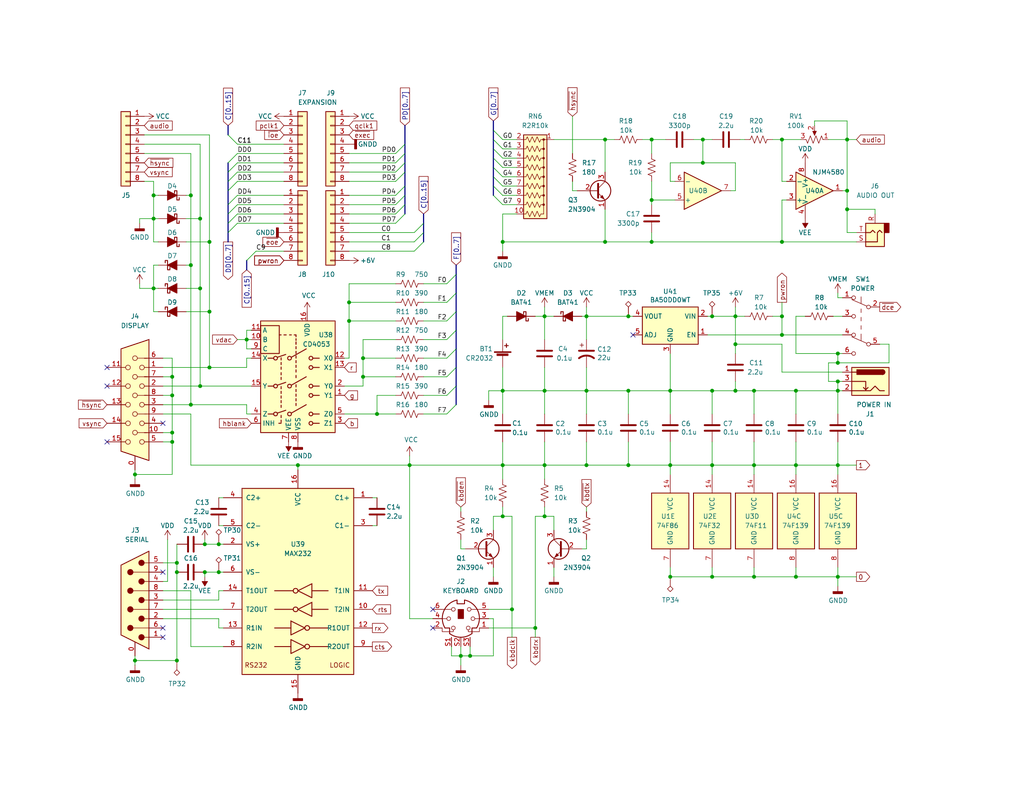
<source format=kicad_sch>
(kicad_sch (version 20211123) (generator eeschema)
  (paper "USLetter")
  (title_block (title "Input/Output") (date "2022-08-07") (rev "1.10") (comment 1 "(c) Solid State Machines 2022"))
  (junction (at 194.31 157.48))
  (junction (at 191.77 38.1))
  (junction (at 148.59 106.68))
  (junction (at 46.99 118.11))
  (junction (at 148.59 86.36))
  (junction (at 231.14 57.15))
  (junction (at 99.06 102.87))
  (junction (at 54.61 59.69))
  (junction (at 57.15 100.33))
  (junction (at 228.6 106.68))
  (junction (at 217.17 106.68))
  (junction (at 160.02 127))
  (junction (at 125.73 179.07))
  (junction (at 146.05 171.45))
  (junction (at 228.6 104.14))
  (junction (at 205.74 157.48))
  (junction (at 54.61 78.74))
  (junction (at 160.02 106.68))
  (junction (at 111.76 127))
  (junction (at 182.88 127))
  (junction (at 231.14 38.1))
  (junction (at 228.6 96.52))
  (junction (at 67.31 92.71))
  (junction (at 137.16 106.68))
  (junction (at 48.26 180.34))
  (junction (at 59.69 148.59))
  (junction (at 36.83 129.54))
  (junction (at 205.74 127))
  (junction (at 171.45 106.68))
  (junction (at 48.26 156.21))
  (junction (at 228.6 99.06))
  (junction (at 55.88 148.59))
  (junction (at 46.99 120.65))
  (junction (at 194.31 106.68))
  (junction (at 231.14 52.07))
  (junction (at 54.61 105.41))
  (junction (at 59.69 156.21))
  (junction (at 137.16 127))
  (junction (at 55.88 156.21))
  (junction (at 139.7 166.37))
  (junction (at 102.87 113.03))
  (junction (at 36.83 180.34))
  (junction (at 41.91 59.69))
  (junction (at 41.91 78.74))
  (junction (at 213.36 86.36))
  (junction (at 213.36 91.44))
  (junction (at 165.1 66.04))
  (junction (at 194.31 127))
  (junction (at 52.07 110.49))
  (junction (at 182.88 157.48))
  (junction (at 182.88 106.68))
  (junction (at 46.99 102.87))
  (junction (at 57.15 85.09))
  (junction (at 148.59 140.97))
  (junction (at 48.26 153.67))
  (junction (at 171.45 86.36))
  (junction (at 52.07 53.34))
  (junction (at 177.8 54.61))
  (junction (at 228.6 157.48))
  (junction (at 200.66 86.36))
  (junction (at 171.45 127))
  (junction (at 205.74 106.68))
  (junction (at 137.16 140.97))
  (junction (at 228.6 127))
  (junction (at 194.31 86.36))
  (junction (at 41.91 53.34))
  (junction (at 95.25 87.63))
  (junction (at 160.02 86.36))
  (junction (at 191.77 44.45))
  (junction (at 165.1 38.1))
  (junction (at 128.27 179.07))
  (junction (at 200.66 93.98))
  (junction (at 213.36 66.04))
  (junction (at 213.36 38.1))
  (junction (at 217.17 127))
  (junction (at 137.16 66.04))
  (junction (at 52.07 72.39))
  (junction (at 46.99 107.95))
  (junction (at 95.25 82.55))
  (junction (at 99.06 97.79))
  (junction (at 177.8 38.1))
  (junction (at 57.15 66.04))
  (junction (at 200.66 106.68))
  (junction (at 217.17 157.48))
  (junction (at 177.8 66.04))
  (junction (at 81.28 127))
  (junction (at 148.59 127))
  (no_connect (at 29.21 105.41))
  (no_connect (at 118.11 171.45))
  (no_connect (at 44.45 156.21))
  (no_connect (at 44.45 115.57))
  (no_connect (at 44.45 171.45))
  (no_connect (at 172.72 91.44))
  (no_connect (at 29.21 120.65))
  (no_connect (at 29.21 100.33))
  (no_connect (at 118.11 166.37))
  (no_connect (at 44.45 173.99))
  (bus_entry (at 121.92 87.63) (size 2.54 -2.54))
  (bus_entry (at 121.92 102.87) (size 2.54 -2.54))
  (bus_entry (at 137.16 53.34) (size -2.54 -2.54))
  (bus_entry (at 110.49 41.91) (size -2.54 2.54))
  (bus_entry (at 113.03 68.58) (size 2.54 -2.54))
  (bus_entry (at 110.49 53.34) (size -2.54 2.54))
  (bus_entry (at 62.23 52.07) (size 2.54 -2.54))
  (bus_entry (at 137.16 45.72) (size -2.54 -2.54))
  (bus_entry (at 137.16 38.1) (size -2.54 -2.54))
  (bus_entry (at 137.16 48.26) (size -2.54 -2.54))
  (bus_entry (at 62.23 49.53) (size 2.54 -2.54))
  (bus_entry (at 113.03 63.5) (size 2.54 -2.54))
  (bus_entry (at 137.16 40.64) (size -2.54 -2.54))
  (bus_entry (at 62.23 36.83) (size 2.54 2.54))
  (bus_entry (at 62.23 63.5) (size 2.54 -2.54))
  (bus_entry (at 110.49 44.45) (size -2.54 2.54))
  (bus_entry (at 124.46 110.49) (size -2.54 2.54))
  (bus_entry (at 62.23 55.88) (size 2.54 -2.54))
  (bus_entry (at 62.23 44.45) (size 2.54 -2.54))
  (bus_entry (at 110.49 50.8) (size -2.54 2.54))
  (bus_entry (at 124.46 80.01) (size -2.54 2.54))
  (bus_entry (at 124.46 90.17) (size -2.54 2.54))
  (bus_entry (at 110.49 55.88) (size -2.54 2.54))
  (bus_entry (at 110.49 58.42) (size -2.54 2.54))
  (bus_entry (at 110.49 46.99) (size -2.54 2.54))
  (bus_entry (at 124.46 74.93) (size -2.54 2.54))
  (bus_entry (at 137.16 55.88) (size -2.54 -2.54))
  (bus_entry (at 124.46 95.25) (size -2.54 2.54))
  (bus_entry (at 62.23 60.96) (size 2.54 -2.54))
  (bus_entry (at 62.23 46.99) (size 2.54 -2.54))
  (bus_entry (at 137.16 50.8) (size -2.54 -2.54))
  (bus_entry (at 110.49 39.37) (size -2.54 2.54))
  (bus_entry (at 113.03 66.04) (size 2.54 -2.54))
  (bus_entry (at 69.85 68.58) (size -2.54 2.54))
  (bus_entry (at 121.92 107.95) (size 2.54 -2.54))
  (bus_entry (at 137.16 43.18) (size -2.54 -2.54))
  (bus_entry (at 62.23 58.42) (size 2.54 -2.54))
  (wire (pts (xy 54.61 59.69) (xy 54.61 78.74)))
  (wire (pts (xy 184.15 49.53) (xy 182.88 49.53)))
  (wire (pts (xy 160.02 106.68) (xy 160.02 113.03)))
  (wire (pts (xy 39.37 49.53) (xy 41.91 49.53)))
  (wire (pts (xy 228.6 99.06) (xy 228.6 96.52)))
  (wire (pts (xy 38.1 78.74) (xy 38.1 77.47)))
  (wire (pts (xy 64.77 39.37) (xy 77.47 39.37)))
  (wire (pts (xy 45.72 147.32) (xy 45.72 158.75)))
  (bus (pts (xy 110.49 53.34) (xy 110.49 55.88)))
  (wire (pts (xy 201.93 38.1) (xy 203.2 38.1)))
  (wire (pts (xy 148.59 83.82) (xy 148.59 86.36)))
  (wire (pts (xy 137.16 127) (xy 137.16 130.81)))
  (wire (pts (xy 148.59 106.68) (xy 148.59 113.03)))
  (wire (pts (xy 44.45 166.37) (xy 60.96 166.37)))
  (wire (pts (xy 228.6 81.28) (xy 229.87 81.28)))
  (wire (pts (xy 69.85 68.58) (xy 77.47 68.58)))
  (bus (pts (xy 134.62 43.18) (xy 134.62 45.72)))
  (wire (pts (xy 213.36 66.04) (xy 233.68 66.04)))
  (wire (pts (xy 231.14 57.15) (xy 231.14 63.5)))
  (wire (pts (xy 64.77 60.96) (xy 77.47 60.96)))
  (wire (pts (xy 43.18 53.34) (xy 41.91 53.34)))
  (wire (pts (xy 95.25 60.96) (xy 107.95 60.96)))
  (wire (pts (xy 39.37 36.83) (xy 57.15 36.83)))
  (wire (pts (xy 64.77 58.42) (xy 77.47 58.42)))
  (wire (pts (xy 177.8 66.04) (xy 213.36 66.04)))
  (wire (pts (xy 36.83 128.27) (xy 36.83 129.54)))
  (wire (pts (xy 50.8 85.09) (xy 57.15 85.09)))
  (wire (pts (xy 55.88 156.21) (xy 59.69 156.21)))
  (wire (pts (xy 200.66 86.36) (xy 203.2 86.36)))
  (wire (pts (xy 125.73 147.32) (xy 125.73 149.86)))
  (wire (pts (xy 182.88 157.48) (xy 194.31 157.48)))
  (bus (pts (xy 115.57 60.96) (xy 115.57 63.5)))
  (wire (pts (xy 46.99 129.54) (xy 36.83 129.54)))
  (wire (pts (xy 101.6 135.89) (xy 102.87 135.89)))
  (wire (pts (xy 213.36 91.44) (xy 229.87 91.44)))
  (wire (pts (xy 81.28 127) (xy 81.28 128.27)))
  (wire (pts (xy 44.45 97.79) (xy 46.99 97.79)))
  (wire (pts (xy 217.17 157.48) (xy 228.6 157.48)))
  (wire (pts (xy 156.21 49.53) (xy 156.21 52.07)))
  (wire (pts (xy 44.45 107.95) (xy 46.99 107.95)))
  (wire (pts (xy 228.6 154.94) (xy 228.6 157.48)))
  (wire (pts (xy 148.59 120.65) (xy 148.59 127)))
  (wire (pts (xy 228.6 157.48) (xy 233.68 157.48)))
  (wire (pts (xy 111.76 124.46) (xy 111.76 127)))
  (wire (pts (xy 137.16 92.71) (xy 137.16 86.36)))
  (bus (pts (xy 62.23 63.5) (xy 62.23 66.04)))
  (wire (pts (xy 231.14 33.02) (xy 222.25 33.02)))
  (wire (pts (xy 107.95 92.71) (xy 99.06 92.71)))
  (wire (pts (xy 95.25 97.79) (xy 95.25 87.63)))
  (wire (pts (xy 137.16 127) (xy 137.16 120.65)))
  (wire (pts (xy 160.02 149.86) (xy 160.02 147.32)))
  (wire (pts (xy 125.73 139.7) (xy 125.73 138.43)))
  (wire (pts (xy 64.77 44.45) (xy 77.47 44.45)))
  (wire (pts (xy 67.31 92.71) (xy 67.31 90.17)))
  (wire (pts (xy 182.88 120.65) (xy 182.88 127)))
  (wire (pts (xy 111.76 127) (xy 137.16 127)))
  (wire (pts (xy 48.26 153.67) (xy 48.26 148.59)))
  (wire (pts (xy 191.77 38.1) (xy 191.77 44.45)))
  (wire (pts (xy 55.88 148.59) (xy 55.88 147.32)))
  (wire (pts (xy 228.6 96.52) (xy 229.87 96.52)))
  (wire (pts (xy 60.96 135.89) (xy 59.69 135.89)))
  (wire (pts (xy 115.57 113.03) (xy 121.92 113.03)))
  (wire (pts (xy 55.88 157.48) (xy 55.88 156.21)))
  (wire (pts (xy 158.75 86.36) (xy 160.02 86.36)))
  (wire (pts (xy 205.74 113.03) (xy 205.74 106.68)))
  (bus (pts (xy 67.31 73.66) (xy 67.31 71.12)))
  (wire (pts (xy 102.87 113.03) (xy 107.95 113.03)))
  (wire (pts (xy 160.02 86.36) (xy 171.45 86.36)))
  (wire (pts (xy 43.18 85.09) (xy 41.91 85.09)))
  (wire (pts (xy 194.31 157.48) (xy 205.74 157.48)))
  (wire (pts (xy 165.1 38.1) (xy 167.64 38.1)))
  (wire (pts (xy 228.6 104.14) (xy 229.87 104.14)))
  (wire (pts (xy 156.21 52.07) (xy 157.48 52.07)))
  (wire (pts (xy 134.62 140.97) (xy 134.62 144.78)))
  (bus (pts (xy 134.62 40.64) (xy 134.62 43.18)))
  (wire (pts (xy 137.16 140.97) (xy 139.7 140.97)))
  (wire (pts (xy 39.37 39.37) (xy 54.61 39.37)))
  (wire (pts (xy 148.59 127) (xy 148.59 130.81)))
  (wire (pts (xy 64.77 49.53) (xy 77.47 49.53)))
  (wire (pts (xy 217.17 154.94) (xy 217.17 157.48)))
  (wire (pts (xy 137.16 58.42) (xy 137.16 66.04)))
  (wire (pts (xy 205.74 129.54) (xy 205.74 127)))
  (bus (pts (xy 110.49 46.99) (xy 110.49 50.8)))
  (wire (pts (xy 128.27 176.53) (xy 128.27 179.07)))
  (wire (pts (xy 140.97 40.64) (xy 137.16 40.64)))
  (wire (pts (xy 64.77 46.99) (xy 77.47 46.99)))
  (wire (pts (xy 160.02 86.36) (xy 160.02 92.71)))
  (wire (pts (xy 95.25 53.34) (xy 107.95 53.34)))
  (bus (pts (xy 124.46 85.09) (xy 124.46 90.17)))
  (wire (pts (xy 44.45 118.11) (xy 46.99 118.11)))
  (wire (pts (xy 160.02 106.68) (xy 171.45 106.68)))
  (wire (pts (xy 205.74 120.65) (xy 205.74 127)))
  (wire (pts (xy 44.45 105.41) (xy 54.61 105.41)))
  (wire (pts (xy 46.99 120.65) (xy 46.99 129.54)))
  (wire (pts (xy 171.45 127) (xy 171.45 120.65)))
  (wire (pts (xy 67.31 95.25) (xy 68.58 95.25)))
  (wire (pts (xy 95.25 58.42) (xy 107.95 58.42)))
  (bus (pts (xy 134.62 35.56) (xy 134.62 38.1)))
  (wire (pts (xy 67.31 113.03) (xy 68.58 113.03)))
  (bus (pts (xy 62.23 55.88) (xy 62.23 58.42)))
  (bus (pts (xy 124.46 95.25) (xy 124.46 100.33)))
  (wire (pts (xy 107.95 82.55) (xy 95.25 82.55)))
  (wire (pts (xy 107.95 87.63) (xy 95.25 87.63)))
  (wire (pts (xy 67.31 110.49) (xy 67.31 113.03)))
  (wire (pts (xy 99.06 102.87) (xy 99.06 97.79)))
  (wire (pts (xy 226.06 104.14) (xy 228.6 104.14)))
  (wire (pts (xy 210.82 86.36) (xy 213.36 86.36)))
  (wire (pts (xy 52.07 41.91) (xy 52.07 53.34)))
  (wire (pts (xy 95.25 41.91) (xy 107.95 41.91)))
  (wire (pts (xy 213.36 93.98) (xy 213.36 101.6)))
  (wire (pts (xy 200.66 44.45) (xy 200.66 52.07)))
  (wire (pts (xy 226.06 99.06) (xy 226.06 104.14)))
  (wire (pts (xy 231.14 38.1) (xy 231.14 33.02)))
  (wire (pts (xy 137.16 66.04) (xy 137.16 68.58)))
  (wire (pts (xy 140.97 50.8) (xy 137.16 50.8)))
  (wire (pts (xy 133.35 171.45) (xy 146.05 171.45)))
  (wire (pts (xy 213.36 38.1) (xy 213.36 49.53)))
  (wire (pts (xy 148.59 106.68) (xy 160.02 106.68)))
  (wire (pts (xy 140.97 43.18) (xy 137.16 43.18)))
  (wire (pts (xy 229.87 86.36) (xy 227.33 86.36)))
  (wire (pts (xy 140.97 38.1) (xy 137.16 38.1)))
  (wire (pts (xy 205.74 157.48) (xy 217.17 157.48)))
  (wire (pts (xy 93.98 113.03) (xy 102.87 113.03)))
  (wire (pts (xy 228.6 129.54) (xy 228.6 127)))
  (wire (pts (xy 140.97 55.88) (xy 137.16 55.88)))
  (wire (pts (xy 148.59 106.68) (xy 148.59 100.33)))
  (wire (pts (xy 81.28 127) (xy 52.07 127)))
  (wire (pts (xy 228.6 127) (xy 233.68 127)))
  (bus (pts (xy 62.23 44.45) (xy 62.23 46.99)))
  (wire (pts (xy 95.25 66.04) (xy 113.03 66.04)))
  (wire (pts (xy 228.6 80.01) (xy 228.6 81.28)))
  (wire (pts (xy 41.91 78.74) (xy 38.1 78.74)))
  (wire (pts (xy 165.1 66.04) (xy 177.8 66.04)))
  (wire (pts (xy 95.25 44.45) (xy 107.95 44.45)))
  (wire (pts (xy 182.88 106.68) (xy 182.88 113.03)))
  (wire (pts (xy 64.77 53.34) (xy 77.47 53.34)))
  (wire (pts (xy 182.88 129.54) (xy 182.88 127)))
  (wire (pts (xy 107.95 107.95) (xy 102.87 107.95)))
  (wire (pts (xy 134.62 157.48) (xy 134.62 154.94)))
  (bus (pts (xy 110.49 39.37) (xy 110.49 41.91)))
  (wire (pts (xy 99.06 105.41) (xy 99.06 102.87)))
  (wire (pts (xy 137.16 113.03) (xy 137.16 106.68)))
  (wire (pts (xy 200.66 106.68) (xy 205.74 106.68)))
  (wire (pts (xy 44.45 153.67) (xy 48.26 153.67)))
  (wire (pts (xy 171.45 106.68) (xy 171.45 113.03)))
  (wire (pts (xy 123.19 176.53) (xy 123.19 179.07)))
  (wire (pts (xy 238.76 58.42) (xy 238.76 57.15)))
  (wire (pts (xy 194.31 86.36) (xy 200.66 86.36)))
  (wire (pts (xy 146.05 86.36) (xy 148.59 86.36)))
  (wire (pts (xy 151.13 157.48) (xy 151.13 154.94)))
  (wire (pts (xy 95.25 55.88) (xy 107.95 55.88)))
  (wire (pts (xy 43.18 59.69) (xy 41.91 59.69)))
  (wire (pts (xy 54.61 78.74) (xy 54.61 105.41)))
  (wire (pts (xy 41.91 78.74) (xy 43.18 78.74)))
  (wire (pts (xy 146.05 171.45) (xy 146.05 173.99)))
  (wire (pts (xy 228.6 160.02) (xy 228.6 157.48)))
  (wire (pts (xy 137.16 127) (xy 148.59 127)))
  (wire (pts (xy 200.66 86.36) (xy 200.66 83.82)))
  (wire (pts (xy 194.31 106.68) (xy 200.66 106.68)))
  (wire (pts (xy 43.18 66.04) (xy 41.91 66.04)))
  (wire (pts (xy 228.6 96.52) (xy 217.17 96.52)))
  (wire (pts (xy 115.57 77.47) (xy 121.92 77.47)))
  (wire (pts (xy 52.07 176.53) (xy 60.96 176.53)))
  (wire (pts (xy 171.45 106.68) (xy 182.88 106.68)))
  (wire (pts (xy 41.91 72.39) (xy 43.18 72.39)))
  (wire (pts (xy 123.19 179.07) (xy 125.73 179.07)))
  (wire (pts (xy 128.27 179.07) (xy 134.62 179.07)))
  (bus (pts (xy 134.62 45.72) (xy 134.62 48.26)))
  (wire (pts (xy 50.8 66.04) (xy 57.15 66.04)))
  (wire (pts (xy 139.7 140.97) (xy 139.7 166.37)))
  (wire (pts (xy 67.31 92.71) (xy 68.58 92.71)))
  (wire (pts (xy 133.35 106.68) (xy 133.35 109.22)))
  (wire (pts (xy 99.06 105.41) (xy 93.98 105.41)))
  (wire (pts (xy 44.45 113.03) (xy 52.07 113.03)))
  (wire (pts (xy 200.66 93.98) (xy 200.66 96.52)))
  (wire (pts (xy 194.31 127) (xy 205.74 127)))
  (wire (pts (xy 48.26 180.34) (xy 48.26 156.21)))
  (wire (pts (xy 52.07 161.29) (xy 52.07 176.53)))
  (wire (pts (xy 52.07 53.34) (xy 52.07 72.39)))
  (wire (pts (xy 171.45 86.36) (xy 172.72 86.36)))
  (wire (pts (xy 95.25 49.53) (xy 107.95 49.53)))
  (wire (pts (xy 226.06 99.06) (xy 228.6 99.06)))
  (wire (pts (xy 41.91 59.69) (xy 41.91 66.04)))
  (wire (pts (xy 101.6 143.51) (xy 102.87 143.51)))
  (wire (pts (xy 156.21 31.75) (xy 156.21 41.91)))
  (wire (pts (xy 219.71 86.36) (xy 217.17 86.36)))
  (wire (pts (xy 95.25 46.99) (xy 107.95 46.99)))
  (wire (pts (xy 177.8 38.1) (xy 177.8 41.91)))
  (wire (pts (xy 189.23 38.1) (xy 191.77 38.1)))
  (bus (pts (xy 62.23 58.42) (xy 62.23 60.96)))
  (wire (pts (xy 194.31 106.68) (xy 194.31 113.03)))
  (wire (pts (xy 228.6 106.68) (xy 228.6 104.14)))
  (wire (pts (xy 193.04 86.36) (xy 194.31 86.36)))
  (wire (pts (xy 200.66 104.14) (xy 200.66 106.68)))
  (wire (pts (xy 95.25 63.5) (xy 113.03 63.5)))
  (wire (pts (xy 177.8 49.53) (xy 177.8 54.61)))
  (wire (pts (xy 38.1 59.69) (xy 41.91 59.69)))
  (wire (pts (xy 36.83 180.34) (xy 48.26 180.34)))
  (wire (pts (xy 137.16 86.36) (xy 138.43 86.36)))
  (wire (pts (xy 222.25 34.29) (xy 222.25 33.02)))
  (wire (pts (xy 217.17 106.68) (xy 228.6 106.68)))
  (wire (pts (xy 59.69 163.83) (xy 59.69 161.29)))
  (wire (pts (xy 140.97 53.34) (xy 137.16 53.34)))
  (wire (pts (xy 148.59 127) (xy 160.02 127)))
  (bus (pts (xy 124.46 100.33) (xy 124.46 105.41)))
  (bus (pts (xy 124.46 90.17) (xy 124.46 95.25)))
  (wire (pts (xy 81.28 127) (xy 111.76 127)))
  (bus (pts (xy 62.23 49.53) (xy 62.23 52.07)))
  (wire (pts (xy 67.31 95.25) (xy 67.31 92.71)))
  (bus (pts (xy 134.62 38.1) (xy 134.62 40.64)))
  (bus (pts (xy 110.49 44.45) (xy 110.49 46.99)))
  (wire (pts (xy 46.99 102.87) (xy 46.99 107.95)))
  (wire (pts (xy 44.45 168.91) (xy 59.69 168.91)))
  (wire (pts (xy 148.59 86.36) (xy 148.59 92.71)))
  (wire (pts (xy 184.15 54.61) (xy 177.8 54.61)))
  (wire (pts (xy 41.91 53.34) (xy 41.91 59.69)))
  (wire (pts (xy 44.45 163.83) (xy 59.69 163.83)))
  (wire (pts (xy 231.14 52.07) (xy 231.14 57.15)))
  (wire (pts (xy 160.02 120.65) (xy 160.02 127)))
  (wire (pts (xy 44.45 100.33) (xy 57.15 100.33)))
  (wire (pts (xy 95.25 68.58) (xy 113.03 68.58)))
  (wire (pts (xy 60.96 143.51) (xy 59.69 143.51)))
  (wire (pts (xy 213.36 86.36) (xy 213.36 82.55)))
  (wire (pts (xy 238.76 57.15) (xy 231.14 57.15)))
  (wire (pts (xy 160.02 86.36) (xy 160.02 83.82)))
  (wire (pts (xy 139.7 166.37) (xy 139.7 173.99)))
  (wire (pts (xy 228.6 99.06) (xy 242.57 99.06)))
  (wire (pts (xy 64.77 92.71) (xy 67.31 92.71)))
  (wire (pts (xy 160.02 127) (xy 171.45 127)))
  (wire (pts (xy 67.31 100.33) (xy 67.31 97.79)))
  (wire (pts (xy 115.57 107.95) (xy 121.92 107.95)))
  (wire (pts (xy 205.74 154.94) (xy 205.74 157.48)))
  (wire (pts (xy 133.35 166.37) (xy 139.7 166.37)))
  (wire (pts (xy 115.57 97.79) (xy 121.92 97.79)))
  (wire (pts (xy 182.88 157.48) (xy 182.88 154.94)))
  (wire (pts (xy 146.05 140.97) (xy 148.59 140.97)))
  (bus (pts (xy 134.62 50.8) (xy 134.62 53.34)))
  (wire (pts (xy 151.13 140.97) (xy 151.13 144.78)))
  (wire (pts (xy 102.87 107.95) (xy 102.87 113.03)))
  (wire (pts (xy 41.91 78.74) (xy 41.91 85.09)))
  (wire (pts (xy 193.04 91.44) (xy 213.36 91.44)))
  (wire (pts (xy 140.97 45.72) (xy 137.16 45.72)))
  (wire (pts (xy 59.69 168.91) (xy 59.69 171.45)))
  (wire (pts (xy 115.57 92.71) (xy 121.92 92.71)))
  (bus (pts (xy 110.49 34.29) (xy 110.49 39.37)))
  (wire (pts (xy 111.76 127) (xy 111.76 168.91)))
  (wire (pts (xy 231.14 63.5) (xy 233.68 63.5)))
  (wire (pts (xy 134.62 140.97) (xy 137.16 140.97)))
  (wire (pts (xy 52.07 110.49) (xy 67.31 110.49)))
  (wire (pts (xy 125.73 149.86) (xy 127 149.86)))
  (bus (pts (xy 124.46 74.93) (xy 124.46 80.01)))
  (wire (pts (xy 46.99 107.95) (xy 46.99 118.11)))
  (bus (pts (xy 124.46 105.41) (xy 124.46 110.49)))
  (wire (pts (xy 134.62 168.91) (xy 134.62 179.07)))
  (wire (pts (xy 199.39 52.07) (xy 200.66 52.07)))
  (wire (pts (xy 107.95 102.87) (xy 99.06 102.87)))
  (bus (pts (xy 124.46 80.01) (xy 124.46 85.09)))
  (bus (pts (xy 115.57 58.42) (xy 115.57 60.96)))
  (wire (pts (xy 228.6 106.68) (xy 229.87 106.68)))
  (wire (pts (xy 68.58 105.41) (xy 54.61 105.41)))
  (wire (pts (xy 60.96 148.59) (xy 59.69 148.59)))
  (wire (pts (xy 57.15 66.04) (xy 57.15 85.09)))
  (wire (pts (xy 242.57 99.06) (xy 242.57 93.98)))
  (wire (pts (xy 67.31 97.79) (xy 68.58 97.79)))
  (bus (pts (xy 110.49 41.91) (xy 110.49 44.45)))
  (wire (pts (xy 107.95 97.79) (xy 99.06 97.79)))
  (wire (pts (xy 205.74 127) (xy 217.17 127)))
  (wire (pts (xy 44.45 102.87) (xy 46.99 102.87)))
  (wire (pts (xy 48.26 156.21) (xy 48.26 153.67)))
  (wire (pts (xy 137.16 100.33) (xy 137.16 106.68)))
  (wire (pts (xy 214.63 54.61) (xy 213.36 54.61)))
  (bus (pts (xy 110.49 55.88) (xy 110.49 58.42)))
  (wire (pts (xy 205.74 106.68) (xy 217.17 106.68)))
  (wire (pts (xy 44.45 161.29) (xy 52.07 161.29)))
  (wire (pts (xy 177.8 38.1) (xy 175.26 38.1)))
  (wire (pts (xy 59.69 156.21) (xy 60.96 156.21)))
  (wire (pts (xy 158.75 149.86) (xy 160.02 149.86)))
  (wire (pts (xy 217.17 96.52) (xy 217.17 86.36)))
  (wire (pts (xy 107.95 77.47) (xy 95.25 77.47)))
  (wire (pts (xy 64.77 55.88) (xy 77.47 55.88)))
  (wire (pts (xy 228.6 113.03) (xy 228.6 106.68)))
  (wire (pts (xy 213.36 54.61) (xy 213.36 66.04)))
  (wire (pts (xy 50.8 59.69) (xy 54.61 59.69)))
  (wire (pts (xy 115.57 87.63) (xy 121.92 87.63)))
  (wire (pts (xy 217.17 127) (xy 228.6 127)))
  (wire (pts (xy 50.8 72.39) (xy 52.07 72.39)))
  (wire (pts (xy 148.59 138.43) (xy 148.59 140.97)))
  (wire (pts (xy 182.88 44.45) (xy 191.77 44.45)))
  (wire (pts (xy 137.16 66.04) (xy 165.1 66.04)))
  (wire (pts (xy 39.37 41.91) (xy 52.07 41.91)))
  (wire (pts (xy 242.57 93.98) (xy 240.03 93.98)))
  (wire (pts (xy 210.82 38.1) (xy 213.36 38.1)))
  (wire (pts (xy 177.8 63.5) (xy 177.8 66.04)))
  (wire (pts (xy 46.99 97.79) (xy 46.99 102.87)))
  (wire (pts (xy 171.45 127) (xy 182.88 127)))
  (wire (pts (xy 125.73 176.53) (xy 125.73 179.07)))
  (wire (pts (xy 137.16 106.68) (xy 133.35 106.68)))
  (wire (pts (xy 140.97 48.26) (xy 137.16 48.26)))
  (wire (pts (xy 38.1 60.96) (xy 38.1 59.69)))
  (wire (pts (xy 41.91 72.39) (xy 41.91 78.74)))
  (wire (pts (xy 182.88 127) (xy 194.31 127)))
  (wire (pts (xy 125.73 181.61) (xy 125.73 179.07)))
  (wire (pts (xy 165.1 57.15) (xy 165.1 66.04)))
  (wire (pts (xy 95.25 87.63) (xy 95.25 82.55)))
  (wire (pts (xy 137.16 106.68) (xy 148.59 106.68)))
  (wire (pts (xy 148.59 86.36) (xy 151.13 86.36)))
  (wire (pts (xy 57.15 100.33) (xy 67.31 100.33)))
  (wire (pts (xy 146.05 140.97) (xy 146.05 171.45)))
  (wire (pts (xy 231.14 38.1) (xy 233.68 38.1)))
  (bus (pts (xy 62.23 46.99) (xy 62.23 49.53)))
  (wire (pts (xy 133.35 168.91) (xy 134.62 168.91)))
  (wire (pts (xy 231.14 38.1) (xy 226.06 38.1)))
  (bus (pts (xy 62.23 60.96) (xy 62.23 63.5)))
  (wire (pts (xy 182.88 106.68) (xy 194.31 106.68)))
  (wire (pts (xy 45.72 158.75) (xy 44.45 158.75)))
  (wire (pts (xy 50.8 53.34) (xy 52.07 53.34)))
  (wire (pts (xy 213.36 101.6) (xy 229.87 101.6)))
  (wire (pts (xy 59.69 161.29) (xy 60.96 161.29)))
  (wire (pts (xy 44.45 120.65) (xy 46.99 120.65)))
  (wire (pts (xy 50.8 78.74) (xy 54.61 78.74)))
  (wire (pts (xy 200.66 86.36) (xy 200.66 93.98)))
  (wire (pts (xy 59.69 148.59) (xy 55.88 148.59)))
  (wire (pts (xy 217.17 113.03) (xy 217.17 106.68)))
  (wire (pts (xy 137.16 58.42) (xy 140.97 58.42)))
  (bus (pts (xy 62.23 52.07) (xy 62.23 55.88)))
  (wire (pts (xy 200.66 93.98) (xy 213.36 93.98)))
  (bus (pts (xy 62.23 36.83) (xy 62.23 34.29)))
  (wire (pts (xy 217.17 129.54) (xy 217.17 127)))
  (wire (pts (xy 46.99 118.11) (xy 46.99 120.65)))
  (wire (pts (xy 191.77 38.1) (xy 194.31 38.1)))
  (wire (pts (xy 44.45 110.49) (xy 52.07 110.49)))
  (wire (pts (xy 213.36 38.1) (xy 218.44 38.1)))
  (wire (pts (xy 95.25 97.79) (xy 93.98 97.79)))
  (wire (pts (xy 57.15 36.83) (xy 57.15 66.04)))
  (wire (pts (xy 148.59 140.97) (xy 151.13 140.97)))
  (bus (pts (xy 134.62 33.02) (xy 134.62 35.56)))
  (wire (pts (xy 52.07 127) (xy 52.07 113.03)))
  (wire (pts (xy 36.83 181.61) (xy 36.83 180.34)))
  (wire (pts (xy 115.57 82.55) (xy 121.92 82.55)))
  (wire (pts (xy 191.77 44.45) (xy 200.66 44.45)))
  (bus (pts (xy 115.57 63.5) (xy 115.57 66.04)))
  (wire (pts (xy 36.83 129.54) (xy 36.83 130.81)))
  (wire (pts (xy 194.31 120.65) (xy 194.31 127)))
  (wire (pts (xy 213.36 86.36) (xy 213.36 91.44)))
  (wire (pts (xy 118.11 168.91) (xy 111.76 168.91)))
  (wire (pts (xy 231.14 38.1) (xy 231.14 52.07)))
  (wire (pts (xy 57.15 85.09) (xy 57.15 100.33)))
  (wire (pts (xy 177.8 54.61) (xy 177.8 55.88)))
  (bus (pts (xy 110.49 50.8) (xy 110.49 53.34)))
  (wire (pts (xy 115.57 102.87) (xy 121.92 102.87)))
  (wire (pts (xy 67.31 90.17) (xy 68.58 90.17)))
  (wire (pts (xy 151.13 38.1) (xy 165.1 38.1)))
  (wire (pts (xy 229.87 52.07) (xy 231.14 52.07)))
  (wire (pts (xy 194.31 154.94) (xy 194.31 157.48)))
  (bus (pts (xy 124.46 72.39) (xy 124.46 74.93)))
  (wire (pts (xy 165.1 46.99) (xy 165.1 38.1)))
  (wire (pts (xy 99.06 97.79) (xy 99.06 92.71)))
  (bus (pts (xy 134.62 48.26) (xy 134.62 50.8)))
  (wire (pts (xy 54.61 39.37) (xy 54.61 59.69)))
  (wire (pts (xy 217.17 120.65) (xy 217.17 127)))
  (wire (pts (xy 41.91 49.53) (xy 41.91 53.34)))
  (wire (pts (xy 160.02 139.7) (xy 160.02 138.43)))
  (wire (pts (xy 213.36 49.53) (xy 214.63 49.53)))
  (wire (pts (xy 125.73 179.07) (xy 128.27 179.07)))
  (wire (pts (xy 64.77 41.91) (xy 77.47 41.91)))
  (wire (pts (xy 177.8 38.1) (xy 181.61 38.1)))
  (wire (pts (xy 160.02 100.33) (xy 160.02 106.68)))
  (wire (pts (xy 137.16 138.43) (xy 137.16 140.97)))
  (wire (pts (xy 95.25 82.55) (xy 95.25 77.47)))
  (wire (pts (xy 194.31 129.54) (xy 194.31 127)))
  (wire (pts (xy 36.83 179.07) (xy 36.83 180.34)))
  (wire (pts (xy 182.88 96.52) (xy 182.88 106.68)))
  (wire (pts (xy 52.07 72.39) (xy 52.07 110.49)))
  (wire (pts (xy 59.69 171.45) (xy 60.96 171.45)))
  (wire (pts (xy 182.88 49.53) (xy 182.88 44.45)))
  (wire (pts (xy 228.6 127) (xy 228.6 120.65)))
  (label "DD0" (at 64.77 41.91 0))
  (label "G2" (at 137.16 43.18 0))
  (label "PD1" (at 104.14 44.45 0))
  (label "F3" (at 119.38 92.71 0))
  (label "F1" (at 119.38 82.55 0))
  (label "G6" (at 137.16 53.34 0))
  (label "G5" (at 137.16 50.8 0))
  (label "PD5" (at 104.14 55.88 0))
  (label "C11" (at 64.77 39.37 0))
  (label "DD1" (at 64.77 44.45 0))
  (label "DD2" (at 64.77 46.99 0))
  (label "G3" (at 137.16 45.72 0))
  (label "PD7" (at 104.14 60.96 0))
  (label "C0" (at 106.68 63.5 180))
  (label "PD6" (at 104.14 58.42 0))
  (label "PD2" (at 104.14 46.99 0))
  (label "G7" (at 137.16 55.88 0))
  (label "F5" (at 119.38 102.87 0))
  (label "F7" (at 119.38 113.03 0))
  (label "F4" (at 119.38 97.79 0))
  (label "DD5" (at 64.77 55.88 0))
  (label "PD3" (at 104.14 49.53 0))
  (label "C11" (at 64.77 39.37 0))
  (label "DD7" (at 64.77 60.96 0))
  (label "C8" (at 106.68 68.58 180))
  (label "G0" (at 137.16 38.1 0))
  (label "G1" (at 137.16 40.64 0))
  (label "DD4" (at 64.77 53.34 0))
  (label "C1" (at 106.68 66.04 180))
  (label "DD3" (at 64.77 49.53 0))
  (label "G4" (at 137.16 48.26 0))
  (label "DD6" (at 64.77 58.42 0))
  (label "C9" (at 69.85 68.58 0))
  (label "F2" (at 119.38 87.63 0))
  (label "PD4" (at 104.14 53.34 0))
  (label "F6" (at 119.38 107.95 0))
  (label "F0" (at 119.38 77.47 0))
  (label "PD0" (at 104.14 41.91 0))
  (global_label "vsync" (shape input) (at 39.37 46.99 0) (property "Intersheet References" "${INTERSHEET_REFS}" (effects hide)))
  (global_label "~{hsync}" (shape input) (at 39.37 44.45 0) (property "Intersheet References" "${INTERSHEET_REFS}" (effects hide)))
  (global_label "hblank" (shape input) (at 68.58 115.57 180) (property "Intersheet References" "${INTERSHEET_REFS}" (effects hide)))
  (global_label "~{eoe}" (shape input) (at 77.47 66.04 180) (property "Intersheet References" "${INTERSHEET_REFS}" (effects hide)))
  (global_label "~{ioe}" (shape input) (at 77.47 36.83 180) (property "Intersheet References" "${INTERSHEET_REFS}" (effects hide)))
  (global_label "b" (shape input) (at 93.98 115.57 0) (property "Intersheet References" "${INTERSHEET_REFS}" (effects hide)))
  (global_label "PD[0..7]" (shape input) (at 110.49 34.29 90) (property "Intersheet References" "${INTERSHEET_REFS}" (effects hide)))
  (global_label "pclk1" (shape input) (at 77.47 34.29 180) (property "Intersheet References" "${INTERSHEET_REFS}" (effects hide)))
  (global_label "qclk1" (shape input) (at 95.25 34.29 0) (property "Intersheet References" "${INTERSHEET_REFS}" (effects hide)))
  (global_label "F[0..7]" (shape input) (at 124.46 72.39 90) (property "Intersheet References" "${INTERSHEET_REFS}" (effects hide)))
  (global_label "cts" (shape output) (at 101.6 176.53 0) (property "Intersheet References" "${INTERSHEET_REFS}" (effects hide)))
  (global_label "rts" (shape input) (at 101.6 166.37 0) (property "Intersheet References" "${INTERSHEET_REFS}" (effects hide)))
  (global_label "kbdclk" (shape output) (at 139.7 173.99 270) (property "Intersheet References" "${INTERSHEET_REFS}" (effects hide)))
  (global_label "pwron" (shape output) (at 213.36 82.55 90) (property "Intersheet References" "${INTERSHEET_REFS}" (effects hide)))
  (global_label "audio" (shape input) (at 233.68 38.1 0) (property "Intersheet References" "${INTERSHEET_REFS}" (effects hide)))
  (global_label "rx" (shape output) (at 101.6 171.45 0) (property "Intersheet References" "${INTERSHEET_REFS}" (effects hide)))
  (global_label "vdac" (shape input) (at 64.77 92.71 180) (property "Intersheet References" "${INTERSHEET_REFS}" (effects hide)))
  (global_label "~{hsync}" (shape input) (at 156.21 31.75 90) (property "Intersheet References" "${INTERSHEET_REFS}" (effects hide)))
  (global_label "vsync" (shape input) (at 29.21 115.57 180) (property "Intersheet References" "${INTERSHEET_REFS}" (effects hide)))
  (global_label "tx" (shape input) (at 101.6 161.29 0) (property "Intersheet References" "${INTERSHEET_REFS}" (effects hide)))
  (global_label "r" (shape input) (at 93.98 100.33 0) (property "Intersheet References" "${INTERSHEET_REFS}" (effects hide)))
  (global_label "~{kbden}" (shape input) (at 125.73 138.43 90) (property "Intersheet References" "${INTERSHEET_REFS}" (effects hide)))
  (global_label "DD[0..7]" (shape output) (at 62.23 66.04 270) (property "Intersheet References" "${INTERSHEET_REFS}" (effects hide)))
  (global_label "~{dce}" (shape output) (at 240.03 83.82 0) (property "Intersheet References" "${INTERSHEET_REFS}" (effects hide)))
  (global_label "~{kbdtx}" (shape input) (at 160.02 138.43 90) (property "Intersheet References" "${INTERSHEET_REFS}" (effects hide)))
  (global_label "pwron" (shape input) (at 77.47 71.12 180) (property "Intersheet References" "${INTERSHEET_REFS}" (effects hide)))
  (global_label "G[0..7]" (shape input) (at 134.62 33.02 90) (property "Intersheet References" "${INTERSHEET_REFS}" (effects hide)))
  (global_label "pwron" (shape input) (at 77.47 71.12 180) (property "Intersheet References" "${INTERSHEET_REFS}" (effects hide)))
  (global_label "~{exec}" (shape input) (at 95.25 36.83 0) (property "Intersheet References" "${INTERSHEET_REFS}" (effects hide)))
  (global_label "C[0..15]" (shape input) (at 115.57 58.42 90) (property "Intersheet References" "${INTERSHEET_REFS}" (effects hide)))
  (global_label "~{hsync}" (shape input) (at 29.21 110.49 180) (property "Intersheet References" "${INTERSHEET_REFS}" (effects hide)))
  (global_label "0" (shape output) (at 233.68 157.48 0) (property "Intersheet References" "${INTERSHEET_REFS}" (effects hide)))
  (global_label "1" (shape output) (at 233.68 127 0) (property "Intersheet References" "${INTERSHEET_REFS}" (effects hide)))
  (global_label "g" (shape input) (at 93.98 107.95 0) (property "Intersheet References" "${INTERSHEET_REFS}" (effects hide)))
  (global_label "C[0..15]" (shape input) (at 62.23 34.29 90) (property "Intersheet References" "${INTERSHEET_REFS}" (effects hide)))
  (global_label "audio" (shape input) (at 39.37 34.29 0) (property "Intersheet References" "${INTERSHEET_REFS}" (effects hide)))
  (global_label "C[0..15]" (shape input) (at 67.31 73.66 270) (property "Intersheet References" "${INTERSHEET_REFS}" (effects hide)))
  (global_label "kbdrx" (shape output) (at 146.05 173.99 270) (property "Intersheet References" "${INTERSHEET_REFS}" (effects hide)))
  (symbol (lib_id "power:GNDD") (at 36.83 181.61 0) (unit 1)
    (property "Reference" "#PWR0159" (effects hide))
    (property "Value" "GNDD" (at 36.9316 185.547 0))
  )
  (symbol (lib_id "Connector:Barrel_Jack_Switch") (at 237.49 104.14 0) (mirror y) (unit 1)
    (property "Reference" "J1" (at 236.22 113.03 0) (effects (justify right)))
    (property "Value" "POWER IN" (at 233.68 110.49 0) (effects (justify right)))
    (property "Footprint" "Connector_BarrelJack:BarrelJack_CUI_PJ-102AH_Horizontal" (effects hide))
  )
  (symbol (lib_id "74xx:74LS139") (at 228.6 142.24 0) (unit 3)
    (property "Reference" "U5" (at 226.06 140.97 0) (effects (justify left)))
    (property "Value" "74F139" (at 224.79 143.51 0) (effects (justify left)))
    (property "Footprint" "Package_DIP:DIP-16_W7.62mm_LongPads" (effects hide))
    (property "Datasheet" "http://www.ti.com/lit/gpn/sn74LS139" (effects hide))
  )
  (symbol (lib_id "74xx:74LS86") (at 182.88 142.24 0) (unit 5)
    (property "Reference" "U1" (at 180.34 140.97 0) (effects (justify left)))
    (property "Value" "74F86" (at 179.07 143.51 0) (effects (justify left)))
    (property "Footprint" "Package_DIP:DIP-14_W7.62mm_LongPads" (effects hide))
    (property "Datasheet" "74xx/74ls86.pdf" (effects hide))
  )
  (symbol (lib_id "novasaur-rescue:CD4053B-Analog_Switch") (at 81.28 102.87 0) (unit 1)
    (property "Reference" "U38" (at 88.9 91.44 0))
    (property "Value" "CD4053" (at 86.36 93.98 0))
    (property "Footprint" "Package_DIP:DIP-16_W7.62mm_LongPads" (effects hide))
    (property "Datasheet" "http://www.ti.com/lit/ds/symlink/cd4052b.pdf" (effects hide))
  )
  (symbol (lib_id "Connector:TestPoint_Alt") (at 171.45 86.36 0) (unit 1)
    (property "Reference" "TP33" (at 168.91 80.01 0) (effects (justify left)))
    (property "Value" "+5v" (effects hide))
    (property "Footprint" "TestPoint:TestPoint_THTPad_1.0x1.0mm_Drill0.5mm" (effects hide))
  )
  (symbol (lib_id "Connector:TestPoint_Alt") (at 182.88 157.48 180) (unit 1)
    (property "Reference" "TP34" (at 185.42 163.83 0) (effects (justify left)))
    (property "Value" "0v" (effects hide))
    (property "Footprint" "TestPoint:TestPoint_THTPad_1.0x1.0mm_Drill0.5mm" (effects hide))
  )
  (symbol (lib_id "Connector:TestPoint_Alt") (at 59.69 148.59 0) (unit 1)
    (property "Reference" "TP30" (at 60.96 144.78 0) (effects (justify left)))
    (property "Value" "+8v" (effects hide))
    (property "Footprint" "TestPoint:TestPoint_Pad_1.0x1.0mm" (effects hide))
  )
  (symbol (lib_id "Device:C") (at 137.16 116.84 0) (unit 1)
    (property "Reference" "C1" (at 139.7 115.57 0) (effects (justify left)))
    (property "Value" "0.1u" (at 139.7 118.11 0) (effects (justify left)))
    (property "Footprint" "Capacitor_THT:C_Disc_D5.0mm_W2.5mm_P5.00mm" (effects hide))
  )
  (symbol (lib_id "Connector:TestPoint_Alt") (at 59.69 156.21 0) (unit 1)
    (property "Reference" "TP31" (at 60.96 152.4 0) (effects (justify left)))
    (property "Value" "-8v" (effects hide))
    (property "Footprint" "TestPoint:TestPoint_Pad_1.0x1.0mm" (effects hide))
  )
  (symbol (lib_id "Connector:TestPoint_Alt") (at 48.26 180.34 180) (unit 1)
    (property "Reference" "TP32" (at 50.8 186.69 0) (effects (justify left)))
    (property "Value" "0v" (effects hide))
    (property "Footprint" "TestPoint:TestPoint_THTPad_1.0x1.0mm_Drill0.5mm" (effects hide))
  )
  (symbol (lib_id "power:VCC") (at 160.02 83.82 0) (unit 1)
    (property "Reference" "#PWR0182" (effects hide))
    (property "Value" "VCC" (at 160.02 80.01 0))
  )
  (symbol (lib_id "Device:C") (at 160.02 116.84 0) (unit 1)
    (property "Reference" "C3" (at 162.941 115.6716 0) (effects (justify left)))
    (property "Value" "0.1u" (at 162.941 117.983 0) (effects (justify left)))
    (property "Footprint" "Capacitor_THT:C_Disc_D5.0mm_W2.5mm_P5.00mm" (effects hide))
  )
  (symbol (lib_id "Device:C") (at 171.45 116.84 0) (unit 1)
    (property "Reference" "C5" (at 174.371 115.6716 0) (effects (justify left)))
    (property "Value" "0.1u" (at 174.371 117.983 0) (effects (justify left)))
    (property "Footprint" "Capacitor_THT:C_Disc_D5.0mm_W2.5mm_P5.00mm" (effects hide))
  )
  (symbol (lib_id "Device:C") (at 148.59 96.52 180) (unit 1)
    (property "Reference" "C4" (at 154.94 95.25 0) (effects (justify left)))
    (property "Value" "0.1u" (at 156.21 97.79 0) (effects (justify left)))
    (property "Footprint" "Capacitor_THT:C_Disc_D5.0mm_W2.5mm_P5.00mm" (effects hide))
  )
  (symbol (lib_id "power:VCC") (at 95.25 31.75 270) (unit 1)
    (property "Reference" "#PWR0195" (effects hide))
    (property "Value" "VCC" (at 100.33 31.75 90))
  )
  (symbol (lib_id "Device:C") (at 182.88 116.84 0) (unit 1)
    (property "Reference" "C6" (at 185.801 115.6716 0) (effects (justify left)))
    (property "Value" "0.1u" (at 185.801 117.983 0) (effects (justify left)))
    (property "Footprint" "Capacitor_THT:C_Disc_D5.0mm_W2.5mm_P5.00mm" (effects hide))
  )
  (symbol (lib_id "Device:C") (at 194.31 116.84 0) (unit 1)
    (property "Reference" "C7" (at 197.231 115.6716 0) (effects (justify left)))
    (property "Value" "0.1u" (at 197.231 117.983 0) (effects (justify left)))
    (property "Footprint" "Capacitor_THT:C_Disc_D5.0mm_W2.5mm_P5.00mm" (effects hide))
  )
  (symbol (lib_id "Device:C") (at 205.74 116.84 0) (unit 1)
    (property "Reference" "C8" (at 208.661 115.6716 0) (effects (justify left)))
    (property "Value" "0.1u" (at 208.661 117.983 0) (effects (justify left)))
    (property "Footprint" "Capacitor_THT:C_Disc_D5.0mm_W2.5mm_P5.00mm" (effects hide))
  )
  (symbol (lib_id "Device:C") (at 217.17 116.84 0) (unit 1)
    (property "Reference" "C9" (at 220.091 115.6716 0) (effects (justify left)))
    (property "Value" "0.1u" (at 220.091 117.983 0) (effects (justify left)))
    (property "Footprint" "Capacitor_THT:C_Disc_D5.0mm_W2.5mm_P5.00mm" (effects hide))
  )
  (symbol (lib_id "Connector_Generic:Conn_01x08") (at 34.29 39.37 0) (mirror y) (unit 1)
    (property "Reference" "J5" (at 35.56 53.34 0) (effects (justify left)))
    (property "Value" "GPU OUT" (effects hide))
    (property "Footprint" "Connector_PinSocket_2.54mm:PinSocket_1x08_P2.54mm_Vertical" (effects hide))
  )
  (symbol (lib_id "Switch:SW_Push_DPDT") (at 234.95 88.9 0) (mirror y) (unit 1)
    (property "Reference" "SW1" (at 237.49 76.2 0) (effects (justify left)))
    (property "Value" "POWER" (at 238.76 78.74 0) (effects (justify left)))
    (property "Footprint" "Button_Switch_THT:SW-PBH2U" (effects hide))
  )
  (symbol (lib_id "power:VMEM") (at 148.59 83.82 0) (unit 1)
    (property "Reference" "#PWR0196" (effects hide))
    (property "Value" "VMEM" (at 148.59 80.01 0))
  )
  (symbol (lib_id "power:VMEM") (at 228.6 80.01 0) (unit 1)
    (property "Reference" "#PWR0197" (effects hide))
    (property "Value" "VMEM" (at 228.6 76.2 0))
  )
  (symbol (lib_id "power:GNDD") (at 77.47 63.5 270) (unit 1)
    (property "Reference" "#PWR0181" (effects hide))
    (property "Value" "GNDD" (at 72.39 63.5 90))
  )
  (symbol (lib_id "power:VDD") (at 45.72 147.32 0) (unit 1)
    (property "Reference" "#PWR0177" (effects hide))
    (property "Value" "VDD" (at 45.72 143.51 0))
  )
  (symbol (lib_id "power:+6V") (at 200.66 83.82 0) (unit 1)
    (property "Reference" "#PWR0184" (effects hide))
    (property "Value" "+6V" (at 200.66 80.01 0))
  )
  (symbol (lib_id "power:VCC") (at 83.82 85.09 0) (unit 1)
    (property "Reference" "#PWR0201" (effects hide))
    (property "Value" "VCC" (at 84.2518 80.6958 0))
  )
  (symbol (lib_id "Device:R_US") (at 111.76 77.47 270) (unit 1)
    (property "Reference" "R9" (at 107.95 74.93 90) (effects (justify left)))
    (property "Value" "750" (at 113.03 74.93 90) (effects (justify left)))
    (property "Footprint" "Resistor_THT:R_Axial_DIN0204_L3.6mm_D1.6mm_P7.62mm_Horizontal" (effects hide))
  )
  (symbol (lib_id "Device:R_US") (at 111.76 92.71 270) (unit 1)
    (property "Reference" "R12" (at 107.95 90.17 90) (effects (justify left)))
    (property "Value" "750" (at 113.03 90.17 90) (effects (justify left)))
    (property "Footprint" "Resistor_THT:R_Axial_DIN0204_L3.6mm_D1.6mm_P7.62mm_Horizontal" (effects hide))
  )
  (symbol (lib_id "power:GNDD") (at 95.25 39.37 90) (unit 1)
    (property "Reference" "#PWR0187" (effects hide))
    (property "Value" "GNDD" (at 100.33 39.37 90))
  )
  (symbol (lib_id "Device:R_Network09_US") (at 146.05 48.26 270) (unit 1)
    (property "Reference" "RN6" (at 146.05 31.75 90))
    (property "Value" "R2R10k" (at 146.05 34.29 90))
    (property "Footprint" "Resistor_THT:R_Array_SIP10" (effects hide))
    (property "Datasheet" "http://www.vishay.com/docs/31509/csc.pdf" (effects hide))
  )
  (symbol (lib_id "Device:D_Schottky_ALT") (at 154.94 86.36 0) (unit 1)
    (property "Reference" "D3" (at 154.94 80.01 0))
    (property "Value" "BAT41" (at 154.94 82.55 0))
    (property "Footprint" "Diode_THT:D_DO-35_SOD27_P7.62mm_Horizontal" (effects hide))
  )
  (symbol (lib_id "Device:C") (at 185.42 38.1 90) (unit 1)
    (property "Reference" "C18" (at 185.42 31.75 90))
    (property "Value" "3300p" (at 185.42 34.29 90))
    (property "Footprint" "Capacitor_THT:C_Disc_D3.8mm_W2.6mm_P2.50mm" (effects hide))
  )
  (symbol (lib_id "power:GNDD") (at 38.1 60.96 0) (unit 1)
    (property "Reference" "#PWR0204" (effects hide))
    (property "Value" "GNDD" (at 38.1 64.77 0))
  )
  (symbol (lib_id "power:GNDD") (at 137.16 68.58 0) (unit 1)
    (property "Reference" "#PWR0206" (effects hide))
    (property "Value" "GNDD" (at 137.16 72.39 0))
  )
  (symbol (lib_id "Device:R_US") (at 137.16 134.62 0) (unit 1)
    (property "Reference" "R4" (at 132.08 133.35 0) (effects (justify left)))
    (property "Value" "10k" (at 132.08 135.89 0) (effects (justify left)))
    (property "Footprint" "Resistor_THT:R_Axial_DIN0204_L3.6mm_D1.6mm_P7.62mm_Horizontal" (effects hide))
  )
  (symbol (lib_id "Device:R_US") (at 125.73 143.51 0) (unit 1)
    (property "Reference" "R2" (at 128.27 142.24 0) (effects (justify left)))
    (property "Value" "10k" (at 128.27 144.78 0) (effects (justify left)))
    (property "Footprint" "Resistor_THT:R_Axial_DIN0204_L3.6mm_D1.6mm_P7.62mm_Horizontal" (effects hide))
  )
  (symbol (lib_id "Device:R_US") (at 160.02 143.51 0) (unit 1)
    (property "Reference" "R3" (at 154.94 142.24 0) (effects (justify left)))
    (property "Value" "10k" (at 154.94 144.78 0) (effects (justify left)))
    (property "Footprint" "Resistor_THT:R_Axial_DIN0204_L3.6mm_D1.6mm_P7.62mm_Horizontal" (effects hide))
  )
  (symbol (lib_id "Device:R_US") (at 148.59 134.62 0) (unit 1)
    (property "Reference" "R5" (at 151.13 133.35 0) (effects (justify left)))
    (property "Value" "10k" (at 151.13 135.89 0) (effects (justify left)))
    (property "Footprint" "Resistor_THT:R_Axial_DIN0204_L3.6mm_D1.6mm_P7.62mm_Horizontal" (effects hide))
  )
  (symbol (lib_id "74xx:74LS11") (at 205.74 142.24 0) (unit 4)
    (property "Reference" "U3" (at 203.2 140.97 0) (effects (justify left)))
    (property "Value" "74F11" (at 203.2 143.51 0) (effects (justify left)))
    (property "Footprint" "Package_DIP:DIP-14_W7.62mm_LongPads" (effects hide))
    (property "Datasheet" "http://www.ti.com/lit/gpn/sn74LS11" (effects hide))
  )
  (symbol (lib_id "Device:R_US") (at 156.21 45.72 0) (unit 1)
    (property "Reference" "R17" (at 158.75 44.45 0) (effects (justify left)))
    (property "Value" "180" (at 158.75 46.99 0) (effects (justify left)))
    (property "Footprint" "Resistor_THT:R_Axial_DIN0204_L3.6mm_D1.6mm_P7.62mm_Horizontal" (effects hide))
  )
  (symbol (lib_id "Transistor_BJT:2N3904") (at 162.56 52.07 0) (unit 1)
    (property "Reference" "Q3" (at 154.94 54.61 0) (effects (justify left)))
    (property "Value" "2N3904" (at 154.94 57.15 0) (effects (justify left)))
    (property "Footprint" "Package_TO_SOT_THT:TO-92_HandSolder" (effects hide))
    (property "Datasheet" "https://www.fairchildsemi.com/datasheets/2N/2N3904.pdf" (effects hide))
  )
  (symbol (lib_id "Connector_Generic:Conn_01x08") (at 82.55 39.37 0) (unit 1)
    (property "Reference" "J7" (at 81.28 25.4 0) (effects (justify left)))
    (property "Value" "EXPANSION" (at 81.28 27.94 0) (effects (justify left)))
    (property "Footprint" "Connector_PinSocket_2.54mm:PinSocket_1x08_P2.54mm_Vertical" (effects hide))
  )
  (symbol (lib_id "Connector_Generic:Conn_01x08") (at 90.17 60.96 0) (mirror y) (unit 1)
    (property "Reference" "J10" (at 91.44 74.93 0) (effects (justify left)))
    (property "Value" "EXPANSION" (effects hide))
    (property "Footprint" "Connector_PinSocket_2.54mm:PinSocket_1x08_P2.54mm_Vertical" (effects hide))
  )
  (symbol (lib_id "Connector_Generic:Conn_01x08") (at 90.17 39.37 0) (mirror y) (unit 1)
    (property "Reference" "J9" (at 91.44 25.4 0) (effects (justify left)))
    (property "Value" "EXPANSION" (effects hide))
    (property "Footprint" "Connector_PinSocket_2.54mm:PinSocket_1x08_P2.54mm_Vertical" (effects hide))
  )
  (symbol (lib_id "Connector:TestPoint_Alt") (at 194.31 86.36 0) (unit 1)
    (property "Reference" "TP35" (at 191.77 80.01 0) (effects (justify left)))
    (property "Value" "+6v" (effects hide))
    (property "Footprint" "TestPoint:TestPoint_Pad_1.0x1.0mm" (effects hide))
  )
  (symbol (lib_id "Device:D_Schottky_ALT") (at 142.24 86.36 180) (unit 1)
    (property "Reference" "D2" (at 142.24 80.01 0))
    (property "Value" "BAT41" (at 142.24 82.55 0))
    (property "Footprint" "Diode_THT:D_DO-35_SOD27_P7.62mm_Horizontal" (effects hide))
  )
  (symbol (lib_id "Transistor_BJT:2N3904") (at 132.08 149.86 0) (unit 1)
    (property "Reference" "Q1" (at 124.46 152.4 0) (effects (justify left)))
    (property "Value" "2N3904" (at 124.46 154.94 0) (effects (justify left)))
    (property "Footprint" "Package_TO_SOT_THT:TO-92_HandSolder" (effects hide))
    (property "Datasheet" "https://www.fairchildsemi.com/datasheets/2N/2N3904.pdf" (effects hide))
  )
  (symbol (lib_id "Transistor_BJT:2N3904") (at 153.67 149.86 0) (mirror y) (unit 1)
    (property "Reference" "Q2" (at 161.29 152.4 0) (effects (justify left)))
    (property "Value" "2N3904" (at 161.29 154.94 0) (effects (justify left)))
    (property "Footprint" "Package_TO_SOT_THT:TO-92_HandSolder" (effects hide))
    (property "Datasheet" "https://www.fairchildsemi.com/datasheets/2N/2N3904.pdf" (effects hide))
  )
  (symbol (lib_id "power:GNDD") (at 134.62 157.48 0) (unit 1)
    (property "Reference" "#PWR0194" (effects hide))
    (property "Value" "GNDD" (at 134.62 161.29 0))
  )
  (symbol (lib_id "power:GNDD") (at 151.13 157.48 0) (unit 1)
    (property "Reference" "#PWR0202" (effects hide))
    (property "Value" "GNDD" (at 151.13 161.29 0))
  )
  (symbol (lib_id "Device:C") (at 228.6 116.84 0) (unit 1)
    (property "Reference" "C10" (at 231.521 115.6716 0) (effects (justify left)))
    (property "Value" "0.1u" (at 231.521 117.983 0) (effects (justify left)))
    (property "Footprint" "Capacitor_THT:C_Disc_D5.0mm_W2.5mm_P5.00mm" (effects hide))
  )
  (symbol (lib_id "Device:Battery_Cell") (at 137.16 97.79 0) (unit 1)
    (property "Reference" "BT1" (at 130.81 95.25 0) (effects (justify left)))
    (property "Value" "CR2032" (at 127 97.79 0) (effects (justify left)))
    (property "Footprint" "Battery:Battery_Panasonic_CR2032-VS1N_Vertical_CircularHoles" (effects hide))
  )
  (symbol (lib_id "Device:C") (at 148.59 116.84 0) (unit 1)
    (property "Reference" "C2" (at 151.511 115.6716 0) (effects (justify left)))
    (property "Value" "0.1u" (at 151.511 117.983 0) (effects (justify left)))
    (property "Footprint" "Capacitor_THT:C_Disc_D5.0mm_W2.5mm_P5.00mm" (effects hide))
  )
  (symbol (lib_id "power:+6V") (at 95.25 71.12 270) (unit 1)
    (property "Reference" "#PWR0167" (effects hide))
    (property "Value" "+6V" (at 100.33 71.12 90))
  )
  (symbol (lib_id "Device:R_US") (at 171.45 38.1 90) (unit 1)
    (property "Reference" "R18" (at 172.72 33.02 90) (effects (justify left)))
    (property "Value" "10k" (at 172.72 35.56 90) (effects (justify left)))
    (property "Footprint" "Resistor_THT:R_Axial_DIN0204_L3.6mm_D1.6mm_P7.62mm_Horizontal" (effects hide))
  )
  (symbol (lib_id "power:GNDD") (at 81.28 120.65 0) (unit 1)
    (property "Reference" "#PWR0186" (effects hide))
    (property "Value" "GNDD" (at 82.55 124.46 0))
  )
  (symbol (lib_id "Connector_Generic:Conn_01x08") (at 82.55 60.96 0) (unit 1)
    (property "Reference" "J8" (at 81.28 74.93 0) (effects (justify left)))
    (property "Value" "EXPANSION" (effects hide))
    (property "Footprint" "Connector_PinSocket_2.54mm:PinSocket_1x08_P2.54mm_Vertical" (effects hide))
  )
  (symbol (lib_id "Device:C") (at 200.66 100.33 180) (unit 1)
    (property "Reference" "C11" (at 208.28 99.06 0) (effects (justify left)))
    (property "Value" "2.2u" (at 208.28 101.6 0) (effects (justify left)))
    (property "Footprint" "Capacitor_THT:C_Disc_D5.0mm_W2.5mm_P5.00mm" (effects hide))
  )
  (symbol (lib_id "Device:R_US") (at 111.76 113.03 270) (unit 1)
    (property "Reference" "R16" (at 107.95 110.49 90) (effects (justify left)))
    (property "Value" "180" (at 113.03 110.49 90) (effects (justify left)))
    (property "Footprint" "Resistor_THT:R_Axial_DIN0204_L3.6mm_D1.6mm_P7.62mm_Horizontal" (effects hide))
  )
  (symbol (lib_id "Device:R_US") (at 177.8 45.72 180) (unit 1)
    (property "Reference" "R19" (at 175.26 44.45 0) (effects (justify left)))
    (property "Value" "10k" (at 175.26 46.99 0) (effects (justify left)))
    (property "Footprint" "Resistor_THT:R_Axial_DIN0204_L3.6mm_D1.6mm_P7.62mm_Horizontal" (effects hide))
  )
  (symbol (lib_id "power:VCC") (at 39.37 31.75 270) (unit 1)
    (property "Reference" "#PWR0203" (effects hide))
    (property "Value" "VCC" (at 44.45 31.75 90))
  )
  (symbol (lib_id "Device:R_US") (at 111.76 102.87 270) (unit 1)
    (property "Reference" "R14" (at 107.95 100.33 90) (effects (justify left)))
    (property "Value" "180" (at 113.03 100.33 90) (effects (justify left)))
    (property "Footprint" "Resistor_THT:R_Axial_DIN0204_L3.6mm_D1.6mm_P7.62mm_Horizontal" (effects hide))
  )
  (symbol (lib_id "Device:R_US") (at 111.76 87.63 270) (unit 1)
    (property "Reference" "R11" (at 107.95 85.09 90) (effects (justify left)))
    (property "Value" "180" (at 113.03 85.09 90) (effects (justify left)))
    (property "Footprint" "Resistor_THT:R_Axial_DIN0204_L3.6mm_D1.6mm_P7.62mm_Horizontal" (effects hide))
  )
  (symbol (lib_id "Device:R_US") (at 111.76 107.95 270) (unit 1)
    (property "Reference" "R15" (at 107.95 105.41 90) (effects (justify left)))
    (property "Value" "390" (at 113.03 105.41 90) (effects (justify left)))
    (property "Footprint" "Resistor_THT:R_Axial_DIN0204_L3.6mm_D1.6mm_P7.62mm_Horizontal" (effects hide))
  )
  (symbol (lib_id "Device:R_US") (at 111.76 97.79 270) (unit 1)
    (property "Reference" "R13" (at 107.95 95.25 90) (effects (justify left)))
    (property "Value" "390" (at 113.03 95.25 90) (effects (justify left)))
    (property "Footprint" "Resistor_THT:R_Axial_DIN0204_L3.6mm_D1.6mm_P7.62mm_Horizontal" (effects hide))
  )
  (symbol (lib_id "Device:R_US") (at 111.76 82.55 270) (unit 1)
    (property "Reference" "R10" (at 107.95 80.01 90) (effects (justify left)))
    (property "Value" "390" (at 113.03 80.01 90) (effects (justify left)))
    (property "Footprint" "Resistor_THT:R_Axial_DIN0204_L3.6mm_D1.6mm_P7.62mm_Horizontal" (effects hide))
  )
  (symbol (lib_id "Device:R_US") (at 207.01 38.1 90) (unit 1)
    (property "Reference" "R20" (at 208.28 33.02 90) (effects (justify left)))
    (property "Value" "10k" (at 208.28 35.56 90) (effects (justify left)))
    (property "Footprint" "Resistor_THT:R_Axial_DIN0204_L3.6mm_D1.6mm_P7.62mm_Horizontal" (effects hide))
  )
  (symbol (lib_id "Device:R_POT_US") (at 222.25 38.1 270) (mirror x) (unit 1)
    (property "Reference" "RV1" (at 217.17 31.75 90))
    (property "Value" "100k" (at 217.17 34.29 90))
    (property "Footprint" "Potentiometer_THT:Potentiometer_Piher_PT-10-H01_Horizontal" (effects hide))
  )
  (symbol (lib_id "power:VCC") (at 77.47 31.75 90) (unit 1)
    (property "Reference" "#PWR0189" (effects hide))
    (property "Value" "VCC" (at 72.39 31.75 90))
  )
  (symbol (lib_id "power:VEE") (at 78.74 120.65 0) (mirror x) (unit 1)
    (property "Reference" "#PWR0173" (effects hide))
    (property "Value" "VEE" (at 77.47 124.46 0))
  )
  (symbol (lib_id "Device:D_Schottky_ALT") (at 46.99 53.34 180) (unit 1)
    (property "Reference" "D4" (at 46.99 50.8 0))
    (property "Value" "BAT41" (effects hide))
    (property "Footprint" "Diode_THT:D_DO-35_SOD27_P7.62mm_Horizontal" (effects hide))
  )
  (symbol (lib_id "Device:D_Schottky_ALT") (at 46.99 59.69 180) (unit 1)
    (property "Reference" "D5" (at 46.99 57.15 0))
    (property "Value" "BAT41" (effects hide))
    (property "Footprint" "Diode_THT:D_DO-35_SOD27_P7.62mm_Horizontal" (effects hide))
  )
  (symbol (lib_id "Device:D_Schottky_ALT") (at 46.99 66.04 180) (unit 1)
    (property "Reference" "D6" (at 46.99 63.5 0))
    (property "Value" "BAT41" (effects hide))
    (property "Footprint" "Diode_THT:D_DO-35_SOD27_P7.62mm_Horizontal" (effects hide))
  )
  (symbol (lib_id "Device:D_Schottky_ALT") (at 46.99 72.39 0) (unit 1)
    (property "Reference" "D7" (at 46.99 69.85 0))
    (property "Value" "BAT41" (effects hide))
    (property "Footprint" "Diode_THT:D_DO-35_SOD27_P7.62mm_Horizontal" (effects hide))
  )
  (symbol (lib_id "Device:D_Schottky_ALT") (at 46.99 78.74 0) (unit 1)
    (property "Reference" "D8" (at 46.99 76.2 0))
    (property "Value" "BAT41" (effects hide))
    (property "Footprint" "Diode_THT:D_DO-35_SOD27_P7.62mm_Horizontal" (effects hide))
  )
  (symbol (lib_id "Device:D_Schottky_ALT") (at 46.99 85.09 0) (unit 1)
    (property "Reference" "D9" (at 46.99 82.55 0))
    (property "Value" "BAT41" (effects hide))
    (property "Footprint" "Diode_THT:D_DO-35_SOD27_P7.62mm_Horizontal" (effects hide))
  )
  (symbol (lib_id "Device:R_US") (at 223.52 86.36 270) (unit 1)
    (property "Reference" "R8" (at 222.25 81.28 90) (effects (justify left)))
    (property "Value" "10k" (at 222.25 83.82 90) (effects (justify left)))
    (property "Footprint" "Resistor_THT:R_Axial_DIN0204_L3.6mm_D1.6mm_P7.62mm_Horizontal" (effects hide))
  )
  (symbol (lib_id "power:VCC") (at 38.1 77.47 0) (unit 1)
    (property "Reference" "#PWR0185" (effects hide))
    (property "Value" "VCC" (at 38.1 73.66 0))
  )
  (symbol (lib_id "Regulator_Linear:MIC29302WT") (at 182.88 88.9 0) (mirror y) (unit 1)
    (property "Reference" "U41" (at 182.88 79.5782 0))
    (property "Value" "BA50DD0WT" (at 182.88 81.8896 0))
    (property "Footprint" "Package_TO_SOT_THT:TO-220-5_Vertical" (effects hide))
    (property "Datasheet" "http://ww1.microchip.com/downloads/en/devicedoc/20005685a.pdf" (effects hide))
  )
  (symbol (lib_id "Device:R_US") (at 207.01 86.36 270) (unit 1)
    (property "Reference" "R7" (at 205.74 81.28 90) (effects (justify left)))
    (property "Value" "10k" (at 205.74 83.82 90) (effects (justify left)))
    (property "Footprint" "Resistor_THT:R_Axial_DIN0204_L3.6mm_D1.6mm_P7.62mm_Horizontal" (effects hide))
  )
  (symbol (lib_id "Connector:DB15_Female_HighDensity_MountingHoles") (at 36.83 110.49 0) (mirror y) (unit 1)
    (property "Reference" "J4" (at 36.83 86.36 0))
    (property "Value" "DISPLAY" (at 36.83 88.9 0))
    (property "Footprint" "Connector_Dsub:DSUB-15-HD_Female_Horizontal_P2.29x1.98mm_EdgePinOffset8.35mm_Housed_MountingHolesOffset10.89mm" (effects hide))
    (property "Datasheet" " ~" (effects hide))
  )
  (symbol (lib_id "power:GNDD") (at 36.83 130.81 0) (unit 1)
    (property "Reference" "#PWR0176" (effects hide))
    (property "Value" "GNDD" (at 36.9316 134.747 0))
  )
  (symbol (lib_id "Device:CP1") (at 160.02 96.52 0) (unit 1)
    (property "Reference" "C12" (at 162.941 95.3516 0) (effects (justify left)))
    (property "Value" "22u" (at 162.941 97.663 0) (effects (justify left)))
    (property "Footprint" "Capacitor_THT:CP_Radial_Tantal_D6.0mm_P5.00mm" (effects hide))
  )
  (symbol (lib_id "Interface_UART:MAX232") (at 81.28 158.75 0) (mirror y) (unit 1)
    (property "Reference" "U39" (at 81.28 148.59 0))
    (property "Value" "MAX232" (at 81.28 151.13 0))
    (property "Footprint" "Package_DIP:DIP-16_W7.62mm_LongPads" (effects hide))
    (property "Datasheet" "http://www.ti.com/lit/ds/symlink/max232.pdf" (effects hide))
  )
  (symbol (lib_id "Connector:DB9_Male_MountingHoles") (at 36.83 163.83 0) (mirror y) (unit 1)
    (property "Reference" "J3" (at 38.1 144.78 0) (effects (justify left)))
    (property "Value" "SERIAL" (at 40.64 147.32 0) (effects (justify left)))
    (property "Footprint" "Connector_Dsub:DSUB-9_Male_Horizontal_P2.77x2.84mm_EdgePinOffset9.90mm_Housed_MountingHolesOffset11.32mm" (effects hide))
    (property "Datasheet" " ~" (effects hide))
  )
  (symbol (lib_id "Device:C") (at 102.87 139.7 0) (unit 1)
    (property "Reference" "C14" (at 105.41 138.43 0) (effects (justify left)))
    (property "Value" "2.2u" (at 105.41 140.97 0) (effects (justify left)))
    (property "Footprint" "Capacitor_THT:C_Disc_D5.0mm_W2.5mm_P5.00mm" (effects hide))
  )
  (symbol (lib_id "Device:C") (at 52.07 156.21 90) (unit 1)
    (property "Reference" "C16" (at 52.07 152.4 90))
    (property "Value" "2.2u" (at 52.07 160.02 90))
    (property "Footprint" "Capacitor_THT:C_Disc_D5.0mm_W2.5mm_P5.00mm" (effects hide))
  )
  (symbol (lib_id "Device:C") (at 52.07 148.59 270) (unit 1)
    (property "Reference" "C15" (at 52.07 142.24 90))
    (property "Value" "2.2u" (at 52.07 144.78 90))
    (property "Footprint" "Capacitor_THT:C_Disc_D5.0mm_W2.5mm_P5.00mm" (effects hide))
  )
  (symbol (lib_id "power:VEE") (at 55.88 157.48 0) (mirror x) (unit 1)
    (property "Reference" "#PWR0171" (effects hide))
    (property "Value" "VEE" (at 55.88 161.29 0))
  )
  (symbol (lib_id "power:VDD") (at 55.88 147.32 0) (unit 1)
    (property "Reference" "#PWR0172" (effects hide))
    (property "Value" "VDD" (at 55.88 143.51 0))
  )
  (symbol (lib_id "Amplifier_Operational:NJM4580") (at 222.25 52.07 0) (mirror x) (unit 1)
    (property "Reference" "U40" (at 222.25 52.07 0))
    (property "Value" "NJM4580" (at 226.06 46.99 0))
    (property "Footprint" "Package_SIP:SIP-8_19x3mm_P2.54mm" (effects hide))
    (property "Datasheet" "http://www.njr.com/semicon/PDF/NJM4580_E.pdf" (effects hide))
  )
  (symbol (lib_id "Amplifier_Operational:NJM4580") (at 191.77 52.07 0) (mirror x) (unit 2)
    (property "Reference" "U40" (at 190.5 52.07 0))
    (property "Value" "NJM4580" (effects hide))
    (property "Footprint" "Package_SIP:SIP-8_19x3mm_P2.54mm" (effects hide))
    (property "Datasheet" "http://www.njr.com/semicon/PDF/NJM4580_E.pdf" (effects hide))
  )
  (symbol (lib_id "novasaur-rescue:AudioJack2_Ground-Connector") (at 238.76 63.5 180) (unit 1)
    (property "Reference" "J6" (at 237.49 50.8 0) (effects (justify right)))
    (property "Value" "AUDIO OUT" (at 233.68 53.34 0) (effects (justify right)))
    (property "Footprint" "Connector_Audio:Jack_3.5mm_CUI_SJ1-3533NG_Horizontal_CircularHoles" (effects hide))
  )
  (symbol (lib_id "Device:C") (at 59.69 139.7 0) (mirror y) (unit 1)
    (property "Reference" "C13" (at 57.15 137.16 0) (effects (justify left)))
    (property "Value" "2.2u" (at 57.15 139.7 0) (effects (justify left)))
    (property "Footprint" "Capacitor_THT:C_Disc_D5.0mm_W2.5mm_P5.00mm" (effects hide))
  )
  (symbol (lib_id "novasaur-rescue:Mini-DIN-6-Connector") (at 125.73 168.91 0) (unit 1)
    (property "Reference" "J2" (at 125.73 158.75 0))
    (property "Value" "KEYBOARD" (at 125.73 161.29 0))
    (property "Footprint" "5749180-1:TE_5749180-1" (effects hide))
    (property "Datasheet" "http://service.powerdynamics.com/ec/Catalog17/Section%2011.pdf" (effects hide))
  )
  (symbol (lib_id "Device:C") (at 198.12 38.1 90) (unit 1)
    (property "Reference" "C19" (at 198.12 31.75 90))
    (property "Value" "2.2u" (at 198.12 34.29 90))
    (property "Footprint" "Capacitor_THT:C_Disc_D5.0mm_W2.5mm_P5.00mm" (effects hide))
  )
  (symbol (lib_id "Device:C") (at 177.8 59.69 0) (unit 1)
    (property "Reference" "C17" (at 172.72 58.42 0))
    (property "Value" "3300p" (at 171.45 60.96 0))
    (property "Footprint" "Capacitor_THT:C_Disc_D3.8mm_W2.6mm_P2.50mm" (effects hide))
  )
  (symbol (lib_id "74xx:74LS139") (at 217.17 142.24 0) (unit 3)
    (property "Reference" "U4" (at 214.63 140.97 0) (effects (justify left)))
    (property "Value" "74F139" (at 213.36 143.51 0) (effects (justify left)))
    (property "Footprint" "Package_DIP:DIP-16_W7.62mm_LongPads" (effects hide))
    (property "Datasheet" "http://www.ti.com/lit/gpn/sn74LS139" (effects hide))
  )
  (symbol (lib_id "74xx:74LS32") (at 194.31 142.24 0) (unit 5)
    (property "Reference" "U2" (at 191.77 140.97 0) (effects (justify left)))
    (property "Value" "74F32" (at 190.5 143.51 0) (effects (justify left)))
    (property "Footprint" "Package_DIP:DIP-14_W7.62mm_LongPads" (effects hide))
    (property "Datasheet" "http://www.ti.com/lit/gpn/sn74LS32" (effects hide))
  )
  (symbol (lib_id "Amplifier_Operational:NJM4580") (at 222.25 52.07 0) (unit 3)
    (property "Reference" "U40" (effects hide))
    (property "Value" "NJM4580" (effects hide))
    (property "Footprint" "Package_SIP:SIP-8_19x3mm_P2.54mm" (effects hide))
    (property "Datasheet" "http://www.njr.com/semicon/PDF/NJM4580_E.pdf" (effects hide))
  )
  (symbol (lib_id "power:VEE") (at 219.71 59.69 0) (mirror x) (unit 1)
    (property "Reference" "#PWR0168" (effects hide))
    (property "Value" "VEE" (at 219.71 63.5 0))
  )
  (symbol (lib_id "power:VDD") (at 219.71 44.45 0) (unit 1)
    (property "Reference" "#PWR0169" (effects hide))
    (property "Value" "VDD" (at 219.71 40.64 0))
  )
  (symbol (lib_id "power:GNDD") (at 133.35 109.22 0) (unit 1)
    (property "Reference" "#PWR0183" (effects hide))
    (property "Value" "GNDD" (at 133.4516 113.157 0))
  )
  (symbol (lib_id "power:VCC") (at 111.76 124.46 0) (unit 1)
    (property "Reference" "#PWR0180" (effects hide))
    (property "Value" "VCC" (at 112.1918 120.0658 0))
  )
  (symbol (lib_id "power:GNDD") (at 228.6 160.02 0) (unit 1)
    (property "Reference" "#PWR0179" (effects hide))
    (property "Value" "GNDD" (at 228.7016 163.957 0))
  )
  (symbol (lib_id "power:GNDD") (at 81.28 189.23 0) (unit 1)
    (property "Reference" "#PWR0174" (effects hide))
    (property "Value" "GNDD" (at 81.3816 193.167 0))
  )
  (symbol (lib_id "power:GNDD") (at 125.73 181.61 0) (unit 1)
    (property "Reference" "#PWR0178" (effects hide))
    (property "Value" "GNDD" (at 125.8316 185.547 0))
  )
)
</source>
